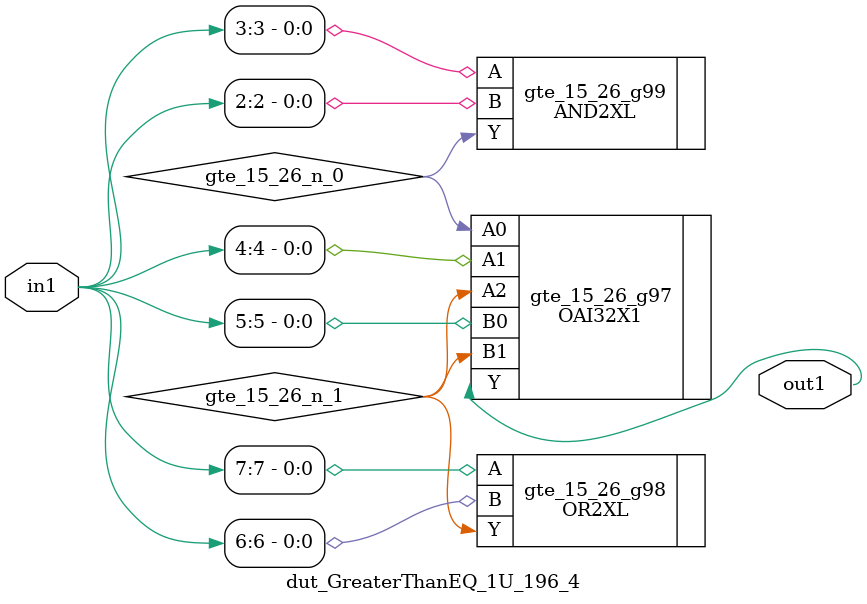
<source format=v>
`timescale 1ps / 1ps


module dut_GreaterThanEQ_1U_196_4(in1, out1);
  input [7:0] in1;
  output out1;
  wire [7:0] in1;
  wire out1;
  wire gte_15_26_n_0, gte_15_26_n_1;
  OAI32X1 gte_15_26_g97(.A0 (gte_15_26_n_0), .A1 (in1[4]), .A2
       (gte_15_26_n_1), .B0 (in1[5]), .B1 (gte_15_26_n_1), .Y (out1));
  OR2XL gte_15_26_g98(.A (in1[7]), .B (in1[6]), .Y (gte_15_26_n_1));
  AND2XL gte_15_26_g99(.A (in1[3]), .B (in1[2]), .Y (gte_15_26_n_0));
endmodule



</source>
